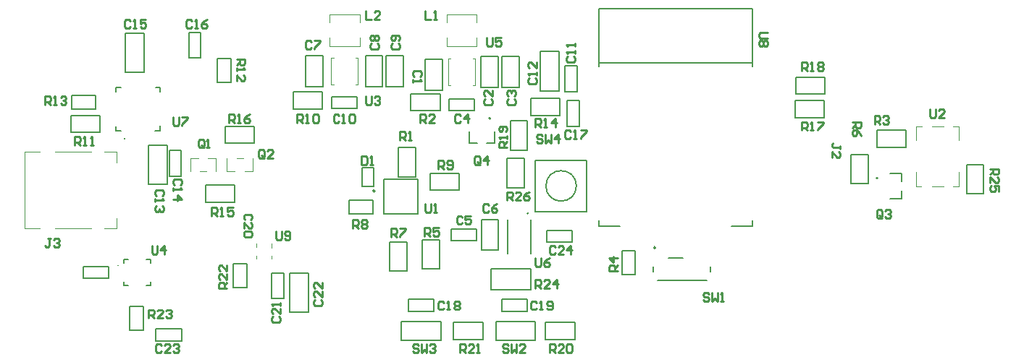
<source format=gto>
G04*
G04 #@! TF.GenerationSoftware,Altium Limited,Altium Designer,18.1.9 (240)*
G04*
G04 Layer_Color=65535*
%FSLAX25Y25*%
%MOIN*%
G70*
G01*
G75*
%ADD10C,0.00394*%
%ADD11C,0.00787*%
%ADD12C,0.00500*%
%ADD13C,0.00984*%
%ADD14C,0.00197*%
%ADD15C,0.01000*%
D10*
X230610Y-95374D02*
G03*
X230610Y-95374I-394J0D01*
G01*
X206693Y-18209D02*
Y-14429D01*
Y-7382D02*
Y-3642D01*
X192913Y-18209D02*
Y-14390D01*
Y-7421D02*
Y-3642D01*
X199803D01*
X192913Y-18209D02*
X206693D01*
X199803Y-3642D02*
X206693D01*
X145866D02*
X152756D01*
X138976Y-18209D02*
X152756D01*
X138976Y-3642D02*
X145866D01*
X138976Y-7421D02*
Y-3642D01*
Y-18209D02*
Y-14390D01*
X152756Y-7382D02*
Y-3642D01*
Y-18209D02*
Y-14429D01*
X105315Y-111024D02*
Y-109291D01*
Y-116181D02*
Y-114862D01*
X112106Y-111122D02*
Y-109370D01*
Y-116142D02*
Y-114803D01*
X150984Y-23524D02*
X152066D01*
X139666Y-35924D02*
Y-23524D01*
X152066Y-35924D02*
Y-23524D01*
X150965Y-35924D02*
X152066D01*
X139666D02*
X140769D01*
X139666Y-23524D02*
X140748D01*
X193603Y-23918D02*
X194685D01*
X193603Y-36318D02*
X194705D01*
X204902D02*
X206003D01*
Y-23918D01*
X193603Y-36318D02*
Y-23918D01*
X204921D02*
X206003D01*
X416221Y-55354D02*
X421693D01*
X416142Y-82913D02*
X421693D01*
X425945Y-82913D02*
X428642D01*
X408957D02*
X411142D01*
X408957Y-61437D02*
Y-55354D01*
Y-82913D02*
Y-76142D01*
Y-55354D02*
X411614D01*
X425866D02*
X428642D01*
Y-61555D02*
Y-55354D01*
Y-82913D02*
Y-76122D01*
X35079Y-66929D02*
X40984D01*
X29173Y-66929D02*
X29173Y-66929D01*
X12441Y-66929D02*
X29173D01*
X-1339Y-102362D02*
X5551D01*
X12441D02*
X29173D01*
X35079Y-102362D02*
X40984D01*
Y-97441D01*
Y-71850D02*
Y-66929D01*
X-1339Y-102362D02*
Y-66929D01*
X5551D01*
D11*
X44811Y-60937D02*
G03*
X44811Y-60937I-276J0D01*
G01*
X41526Y-119498D02*
G03*
X41526Y-119498I-10J0D01*
G01*
X213032Y-51555D02*
G03*
X213032Y-51555I-394J0D01*
G01*
X391220Y-79094D02*
G03*
X391220Y-79094I-394J0D01*
G01*
X159809Y-85039D02*
G03*
X159809Y-85039I-557J0D01*
G01*
X244801Y-50197D02*
Y-42323D01*
X231415Y-50197D02*
X244801D01*
X231415D02*
Y-42323D01*
X244801D01*
X432087Y-86417D02*
X439961D01*
X432087D02*
Y-73032D01*
X439961D01*
Y-86417D02*
Y-73032D01*
X175197Y-140551D02*
X187008D01*
Y-135039D01*
X175197D02*
X187008D01*
X175197Y-140551D02*
Y-135039D01*
X196063Y-153543D02*
Y-145669D01*
X209449D01*
Y-153543D02*
Y-145669D01*
X196063Y-153543D02*
X209449D01*
X238386D02*
Y-145669D01*
X251772D01*
Y-153543D02*
Y-145669D01*
X238386Y-153543D02*
X251772D01*
X213405Y-130522D02*
X231516D01*
Y-121073D01*
X213405D02*
X231516D01*
X213405Y-130522D02*
Y-121073D01*
X166732Y-121850D02*
X174606D01*
X166732D02*
Y-108465D01*
X174606D01*
Y-121850D02*
Y-108465D01*
X273425Y-123622D02*
Y-112598D01*
Y-123622D02*
X279724D01*
Y-112598D01*
X273425D02*
X279724D01*
X238895Y-103248D02*
X250706D01*
X238895Y-108760D02*
Y-103248D01*
Y-108760D02*
X250706D01*
Y-103248D01*
X220689Y-83465D02*
X228563D01*
X220689D02*
Y-70079D01*
X228563D01*
Y-83465D02*
Y-70079D01*
X222146Y-52756D02*
X230020D01*
Y-66142D02*
Y-52756D01*
X222146Y-66142D02*
X230020D01*
X222146D02*
Y-52756D01*
X179527Y-95472D02*
Y-79724D01*
X163779D02*
X179527D01*
X163779Y-95472D02*
Y-79724D01*
Y-95472D02*
X179527D01*
X353288Y-51181D02*
Y-43307D01*
X366674D01*
Y-51181D02*
Y-43307D01*
X353288Y-51181D02*
X366674D01*
X353543Y-40354D02*
Y-32480D01*
X366929D01*
Y-40354D02*
Y-32480D01*
X353543Y-40354D02*
X366929D01*
X172047Y-153937D02*
X190157D01*
Y-145276D01*
X172047D02*
X190157D01*
X172047Y-153937D02*
Y-145276D01*
X94488Y-118504D02*
X100787D01*
Y-129528D02*
Y-118504D01*
X94488Y-129528D02*
X100787D01*
X94488D02*
Y-118504D01*
X37402Y-125322D02*
Y-119811D01*
X25591Y-125322D02*
X37402D01*
X25591D02*
Y-119811D01*
X37402D01*
X176378Y-47972D02*
X189764D01*
Y-40098D01*
X176378D02*
X189764D01*
X176378Y-47972D02*
Y-40098D01*
X205709Y-48031D02*
Y-42520D01*
X193898Y-48031D02*
X205709D01*
X193898D02*
Y-42520D01*
X205709D01*
X226279Y-37205D02*
Y-23031D01*
X218406D02*
X226279D01*
X218406Y-37205D02*
Y-23031D01*
Y-37205D02*
X226279D01*
X216535D02*
Y-23031D01*
X208661D02*
X216535D01*
X208661Y-37205D02*
Y-23031D01*
Y-37205D02*
X216535D01*
X190748Y-38583D02*
Y-24409D01*
X182874D02*
X190748D01*
X182874Y-38583D02*
Y-24409D01*
Y-38583D02*
X190748D01*
X19882Y-50197D02*
X33268D01*
X19882Y-58071D02*
Y-50197D01*
Y-58071D02*
X33268D01*
Y-50197D01*
X87402Y-35039D02*
X93701D01*
X87402D02*
Y-24016D01*
X93701D01*
Y-35039D02*
Y-24016D01*
X81890Y-82342D02*
X95276D01*
X81890Y-90216D02*
Y-82342D01*
Y-90216D02*
X95276D01*
Y-82342D01*
X90945Y-62992D02*
X104331D01*
Y-55118D01*
X90945D02*
X104331D01*
X90945Y-62992D02*
Y-55118D01*
X31102Y-47185D02*
Y-40886D01*
X20079Y-47185D02*
X31102D01*
X20079D02*
Y-40886D01*
X31102D01*
X112402Y-134646D02*
X117913D01*
X112402D02*
Y-122835D01*
X117913D01*
Y-134646D02*
Y-122835D01*
X129331Y-140945D02*
Y-122835D01*
X120669D02*
X129331D01*
X120669Y-140945D02*
Y-122835D01*
Y-140945D02*
X129331D01*
X70866Y-154206D02*
Y-148694D01*
X59055Y-154206D02*
X70866D01*
X59055D02*
Y-148694D01*
X70866D01*
X46983Y-138189D02*
X53282D01*
Y-149213D02*
Y-138189D01*
X46983Y-149213D02*
X53282D01*
X46983D02*
Y-138189D01*
X172763Y-36811D02*
Y-22638D01*
X164889D02*
X172763D01*
X164889Y-36811D02*
Y-22638D01*
Y-36811D02*
X172763D01*
X163386D02*
Y-22638D01*
X155512D02*
X163386D01*
X155512Y-36811D02*
Y-22638D01*
Y-36811D02*
X163386D01*
X127953D02*
Y-22638D01*
Y-36811D02*
X135827D01*
Y-22638D01*
X127953D02*
X135827D01*
X390945Y-64961D02*
X404331D01*
Y-57087D01*
X390945D02*
X404331D01*
X390945Y-64961D02*
Y-57087D01*
X378937Y-81496D02*
Y-68110D01*
Y-81496D02*
X386811D01*
Y-68110D01*
X378937D02*
X386811D01*
X236024Y-38780D02*
Y-20669D01*
Y-38780D02*
X244685D01*
Y-20669D01*
X236024D02*
X244685D01*
X247244Y-27362D02*
X252756D01*
Y-39173D02*
Y-27362D01*
X247244Y-39173D02*
X252756D01*
X247244D02*
Y-27362D01*
X248228Y-55118D02*
X253740D01*
X248228D02*
Y-43307D01*
X253740D01*
Y-55118D02*
Y-43307D01*
X215571Y-153937D02*
X233681D01*
Y-145276D01*
X215571D02*
X233681D01*
X215571Y-153937D02*
Y-145276D01*
X218165Y-140551D02*
Y-135039D01*
X229977D01*
Y-140551D02*
Y-135039D01*
X218165Y-140551D02*
X229977D01*
X151575Y-47047D02*
Y-41535D01*
X139764Y-47047D02*
X151575D01*
X139764D02*
Y-41535D01*
X151575D01*
X122244Y-39370D02*
X135630D01*
X122244Y-47244D02*
Y-39370D01*
Y-47244D02*
X135630D01*
Y-39370D01*
X206693Y-108071D02*
Y-102559D01*
X194882Y-108071D02*
X206693D01*
X194882D02*
Y-102559D01*
X206693D01*
X74114Y-11909D02*
X79626D01*
Y-23720D02*
Y-11909D01*
X74114Y-23720D02*
X79626D01*
X74114D02*
Y-11909D01*
X44783Y-30315D02*
Y-12205D01*
Y-30315D02*
X53445D01*
Y-12205D01*
X44783D02*
X53445D01*
X185236Y-76772D02*
X198622D01*
X185236Y-84646D02*
Y-76772D01*
Y-84646D02*
X198622D01*
Y-76772D01*
X189495Y-120965D02*
Y-107579D01*
X181621D02*
X189495D01*
X181621Y-120965D02*
Y-107579D01*
Y-120965D02*
X189495D01*
X153740Y-74410D02*
X159252D01*
Y-83071D02*
Y-74410D01*
X153740Y-83071D02*
X159252D01*
X153740D02*
Y-74410D01*
X147835Y-95669D02*
Y-89370D01*
X158858D01*
Y-95669D02*
Y-89370D01*
X147835Y-95669D02*
X158858D01*
X65158Y-78150D02*
X70669D01*
X65158D02*
Y-66339D01*
X70669D01*
Y-78150D02*
Y-66339D01*
X64370Y-81890D02*
Y-63779D01*
X55709D02*
X64370D01*
X55709Y-81890D02*
Y-63779D01*
Y-81890D02*
X64370D01*
X178543Y-78465D02*
Y-65079D01*
X170669D02*
X178543D01*
X170669Y-78465D02*
Y-65079D01*
Y-78465D02*
X178543D01*
X208858Y-112402D02*
Y-98228D01*
Y-112402D02*
X216732D01*
Y-98228D01*
X208858D02*
X216732D01*
D12*
X252522Y-82677D02*
G03*
X252522Y-82677I-7000J0D01*
G01*
X231594Y-113878D02*
Y-98130D01*
X220965Y-113878D02*
Y-98130D01*
X262795Y-27598D02*
Y-1024D01*
X333661D01*
Y-27598D02*
Y-1024D01*
X262795Y-101417D02*
Y-98465D01*
Y-101417D02*
X272638D01*
X323819D02*
X333661D01*
Y-98465D01*
X262953Y-25827D02*
X333504D01*
X40709Y-57284D02*
Y-55118D01*
Y-57284D02*
X43071D01*
X40709Y-39370D02*
Y-37205D01*
X43071D01*
X59016D02*
X60787D01*
Y-39370D02*
Y-37205D01*
X58622Y-57284D02*
X60787D01*
Y-54921D01*
X56476Y-128750D02*
Y-126939D01*
X54665Y-128750D02*
X56476D01*
X44272D02*
X46083D01*
X44272D02*
Y-126939D01*
X56476Y-118356D02*
Y-116545D01*
X54665D02*
X56476D01*
X44272D02*
X46083D01*
X44272Y-118356D02*
Y-116545D01*
X233711Y-94488D02*
X257333D01*
Y-70866D01*
X233711D02*
X257333D01*
X233711Y-94488D02*
Y-70866D01*
X214961Y-63090D02*
Y-57579D01*
X211260Y-63090D02*
X214961D01*
X203150D02*
Y-57579D01*
Y-63090D02*
X206850D01*
X396850Y-76772D02*
X402362D01*
Y-80472D02*
Y-76772D01*
X396850Y-88583D02*
X402362D01*
Y-84882D01*
X294882Y-115955D02*
X301575D01*
X289764Y-126191D02*
X312598D01*
X287992Y-122254D02*
Y-119892D01*
X314370Y-122254D02*
Y-119892D01*
D13*
X288976Y-111230D02*
G03*
X288976Y-111230I-394J0D01*
G01*
D14*
X96102Y-69882D02*
X99173D01*
X91732Y-75787D02*
X95394D01*
X99882D02*
X103543D01*
Y-69882D01*
X91732Y-75787D02*
Y-69882D01*
X79173Y-75787D02*
X82244D01*
X82953Y-69882D02*
X86614D01*
X74803D02*
X78465D01*
X74803Y-75787D02*
Y-69882D01*
X86614Y-75787D02*
Y-69882D01*
D15*
X233681Y-55512D02*
Y-51576D01*
X235649D01*
X236305Y-52232D01*
Y-53544D01*
X235649Y-54200D01*
X233681D01*
X234993D02*
X236305Y-55512D01*
X237617D02*
X238929D01*
X238273D01*
Y-51576D01*
X237617Y-52232D01*
X242864Y-55512D02*
Y-51576D01*
X240897Y-53544D01*
X243520D01*
X340550Y-11811D02*
X337270D01*
X336614Y-12467D01*
Y-13779D01*
X337270Y-14435D01*
X340550D01*
X339894Y-15747D02*
X340550Y-16403D01*
Y-17715D01*
X339894Y-18371D01*
X339238D01*
X338582Y-17715D01*
X337926Y-18371D01*
X337270D01*
X336614Y-17715D01*
Y-16403D01*
X337270Y-15747D01*
X337926D01*
X338582Y-16403D01*
X339238Y-15747D01*
X339894D01*
X338582Y-16403D02*
Y-17715D01*
X442913Y-74803D02*
X446849D01*
Y-76771D01*
X446193Y-77427D01*
X444881D01*
X444225Y-76771D01*
Y-74803D01*
Y-76115D02*
X442913Y-77427D01*
Y-81363D02*
Y-78739D01*
X445537Y-81363D01*
X446193D01*
X446849Y-80707D01*
Y-79395D01*
X446193Y-78739D01*
X446849Y-85299D02*
Y-82675D01*
X444881D01*
X445537Y-83987D01*
Y-84642D01*
X444881Y-85299D01*
X443569D01*
X442913Y-84642D01*
Y-83331D01*
X443569Y-82675D01*
X374014Y-65616D02*
Y-64304D01*
Y-64960D01*
X370735D01*
X370079Y-64304D01*
Y-63648D01*
X370735Y-62992D01*
X370079Y-69552D02*
Y-66928D01*
X372703Y-69552D01*
X373358D01*
X374014Y-68896D01*
Y-67584D01*
X373358Y-66928D01*
X66929Y-50985D02*
Y-54265D01*
X67585Y-54921D01*
X68897D01*
X69553Y-54265D01*
Y-50985D01*
X70865D02*
X73489D01*
Y-51641D01*
X70865Y-54265D01*
Y-54921D01*
X57087Y-110238D02*
Y-113517D01*
X57743Y-114173D01*
X59054D01*
X59710Y-113517D01*
Y-110238D01*
X62990Y-114173D02*
Y-110238D01*
X61022Y-112205D01*
X63646D01*
X191600Y-136484D02*
X190944Y-135828D01*
X189632D01*
X188976Y-136484D01*
Y-139108D01*
X189632Y-139764D01*
X190944D01*
X191600Y-139108D01*
X192912Y-139764D02*
X194224D01*
X193568D01*
Y-135828D01*
X192912Y-136484D01*
X196192D02*
X196848Y-135828D01*
X198160D01*
X198816Y-136484D01*
Y-137140D01*
X198160Y-137796D01*
X198816Y-138452D01*
Y-139108D01*
X198160Y-139764D01*
X196848D01*
X196192Y-139108D01*
Y-138452D01*
X196848Y-137796D01*
X196192Y-137140D01*
Y-136484D01*
X196848Y-137796D02*
X198160D01*
X198819Y-159449D02*
Y-155513D01*
X200787D01*
X201443Y-156169D01*
Y-157481D01*
X200787Y-158137D01*
X198819D01*
X200131D02*
X201443Y-159449D01*
X205379D02*
X202755D01*
X205379Y-156825D01*
Y-156169D01*
X204722Y-155513D01*
X203411D01*
X202755Y-156169D01*
X206690Y-159449D02*
X208002D01*
X207346D01*
Y-155513D01*
X206690Y-156169D01*
X240158Y-159449D02*
Y-155513D01*
X242125D01*
X242781Y-156169D01*
Y-157481D01*
X242125Y-158137D01*
X240158D01*
X241469D02*
X242781Y-159449D01*
X246717D02*
X244093D01*
X246717Y-156825D01*
Y-156169D01*
X246061Y-155513D01*
X244749D01*
X244093Y-156169D01*
X248029D02*
X248685Y-155513D01*
X249997D01*
X250653Y-156169D01*
Y-158793D01*
X249997Y-159449D01*
X248685D01*
X248029Y-158793D01*
Y-156169D01*
X233711Y-129921D02*
Y-125986D01*
X235679D01*
X236334Y-126641D01*
Y-127953D01*
X235679Y-128609D01*
X233711D01*
X235022D02*
X236334Y-129921D01*
X240270D02*
X237646D01*
X240270Y-127297D01*
Y-126641D01*
X239614Y-125986D01*
X238302D01*
X237646Y-126641D01*
X243550Y-129921D02*
Y-125986D01*
X241582Y-127953D01*
X244206D01*
X167323Y-106299D02*
Y-102364D01*
X169291D01*
X169947Y-103019D01*
Y-104331D01*
X169291Y-104987D01*
X167323D01*
X168635D02*
X169947Y-106299D01*
X171259Y-102364D02*
X173882D01*
Y-103019D01*
X171259Y-105643D01*
Y-106299D01*
X271654Y-121850D02*
X267718D01*
Y-119883D01*
X268374Y-119227D01*
X269686D01*
X270342Y-119883D01*
Y-121850D01*
Y-120538D02*
X271654Y-119227D01*
Y-115947D02*
X267718D01*
X269686Y-117915D01*
Y-115291D01*
X242781Y-110893D02*
X242125Y-110238D01*
X240813D01*
X240158Y-110893D01*
Y-113517D01*
X240813Y-114173D01*
X242125D01*
X242781Y-113517D01*
X246717Y-114173D02*
X244093D01*
X246717Y-111549D01*
Y-110893D01*
X246061Y-110238D01*
X244749D01*
X244093Y-110893D01*
X249997Y-114173D02*
Y-110238D01*
X248029Y-112205D01*
X250653D01*
X236876Y-59712D02*
X236220Y-59056D01*
X234908D01*
X234252Y-59712D01*
Y-60368D01*
X234908Y-61024D01*
X236220D01*
X236876Y-61680D01*
Y-62336D01*
X236220Y-62992D01*
X234908D01*
X234252Y-62336D01*
X238188Y-59056D02*
Y-62992D01*
X239500Y-61680D01*
X240811Y-62992D01*
Y-59056D01*
X244091Y-62992D02*
Y-59056D01*
X242124Y-61024D01*
X244747D01*
X220472Y-89370D02*
Y-85435D01*
X222440D01*
X223096Y-86090D01*
Y-87402D01*
X222440Y-88058D01*
X220472D01*
X221784D02*
X223096Y-89370D01*
X227032D02*
X224408D01*
X227032Y-86746D01*
Y-86090D01*
X226376Y-85435D01*
X225064D01*
X224408Y-86090D01*
X230968Y-85435D02*
X229656Y-86090D01*
X228344Y-87402D01*
Y-88714D01*
X229000Y-89370D01*
X230312D01*
X230968Y-88714D01*
Y-88058D01*
X230312Y-87402D01*
X228344D01*
X220689Y-64961D02*
X216753D01*
Y-62993D01*
X217409Y-62337D01*
X218721D01*
X219377Y-62993D01*
Y-64961D01*
Y-63649D02*
X220689Y-62337D01*
Y-61025D02*
Y-59713D01*
Y-60369D01*
X216753D01*
X217409Y-61025D01*
X220033Y-57745D02*
X220689Y-57089D01*
Y-55777D01*
X220033Y-55121D01*
X217409D01*
X216753Y-55777D01*
Y-57089D01*
X217409Y-57745D01*
X218065D01*
X218721Y-57089D01*
Y-55121D01*
X183071Y-1970D02*
Y-5906D01*
X185695D01*
X187007D02*
X188319D01*
X187663D01*
Y-1970D01*
X187007Y-2626D01*
X155512Y-1970D02*
Y-5906D01*
X158136D01*
X162071D02*
X159448D01*
X162071Y-3282D01*
Y-2626D01*
X161415Y-1970D01*
X160103D01*
X159448Y-2626D01*
X108923Y-69226D02*
Y-66602D01*
X108267Y-65946D01*
X106955D01*
X106299Y-66602D01*
Y-69226D01*
X106955Y-69882D01*
X108267D01*
X107611Y-68570D02*
X108923Y-69882D01*
X108267D02*
X108923Y-69226D01*
X112859Y-69882D02*
X110235D01*
X112859Y-67258D01*
Y-66602D01*
X112203Y-65946D01*
X110891D01*
X110235Y-66602D01*
X114173Y-103643D02*
Y-106923D01*
X114829Y-107579D01*
X116141D01*
X116797Y-106923D01*
Y-103643D01*
X118109Y-106923D02*
X118765Y-107579D01*
X120077D01*
X120733Y-106923D01*
Y-104299D01*
X120077Y-103643D01*
X118765D01*
X118109Y-104299D01*
Y-104955D01*
X118765Y-105611D01*
X120733D01*
X233681Y-115956D02*
Y-119236D01*
X234337Y-119892D01*
X235649D01*
X236305Y-119236D01*
Y-115956D01*
X240241D02*
X238929Y-116612D01*
X237617Y-117924D01*
Y-119236D01*
X238273Y-119892D01*
X239585D01*
X240241Y-119236D01*
Y-118580D01*
X239585Y-117924D01*
X237617D01*
X211260Y-14273D02*
Y-17553D01*
X211916Y-18209D01*
X213228D01*
X213884Y-17553D01*
Y-14273D01*
X217819D02*
X215196D01*
Y-16241D01*
X216508Y-15585D01*
X217163D01*
X217819Y-16241D01*
Y-17553D01*
X217163Y-18209D01*
X215851D01*
X215196Y-17553D01*
X155512Y-41340D02*
Y-44620D01*
X156168Y-45276D01*
X157480D01*
X158136Y-44620D01*
Y-41340D01*
X159448Y-41996D02*
X160103Y-41340D01*
X161415D01*
X162071Y-41996D01*
Y-42652D01*
X161415Y-43308D01*
X160759D01*
X161415D01*
X162071Y-43964D01*
Y-44620D01*
X161415Y-45276D01*
X160103D01*
X159448Y-44620D01*
X415354Y-47245D02*
Y-50525D01*
X416010Y-51181D01*
X417322D01*
X417978Y-50525D01*
Y-47245D01*
X421914Y-51181D02*
X419290D01*
X421914Y-48557D01*
Y-47901D01*
X421258Y-47245D01*
X419946D01*
X419290Y-47901D01*
X182874Y-90930D02*
Y-94209D01*
X183530Y-94865D01*
X184842D01*
X185498Y-94209D01*
Y-90930D01*
X186810Y-94865D02*
X188122D01*
X187466D01*
Y-90930D01*
X186810Y-91586D01*
X179789Y-156169D02*
X179133Y-155513D01*
X177821D01*
X177165Y-156169D01*
Y-156825D01*
X177821Y-157481D01*
X179133D01*
X179789Y-158137D01*
Y-158793D01*
X179133Y-159449D01*
X177821D01*
X177165Y-158793D01*
X181101Y-155513D02*
Y-159449D01*
X182413Y-158137D01*
X183725Y-159449D01*
Y-155513D01*
X185037Y-156169D02*
X185693Y-155513D01*
X187005D01*
X187661Y-156169D01*
Y-156825D01*
X187005Y-157481D01*
X186349D01*
X187005D01*
X187661Y-158137D01*
Y-158793D01*
X187005Y-159449D01*
X185693D01*
X185037Y-158793D01*
X221128Y-156169D02*
X220472Y-155513D01*
X219160D01*
X218504Y-156169D01*
Y-156825D01*
X219160Y-157481D01*
X220472D01*
X221128Y-158137D01*
Y-158793D01*
X220472Y-159449D01*
X219160D01*
X218504Y-158793D01*
X222440Y-155513D02*
Y-159449D01*
X223752Y-158137D01*
X225063Y-159449D01*
Y-155513D01*
X228999Y-159449D02*
X226375D01*
X228999Y-156825D01*
Y-156169D01*
X228343Y-155513D01*
X227031D01*
X226375Y-156169D01*
X313647Y-132547D02*
X312991Y-131891D01*
X311680D01*
X311024Y-132547D01*
Y-133203D01*
X311680Y-133859D01*
X312991D01*
X313647Y-134515D01*
Y-135171D01*
X312991Y-135827D01*
X311680D01*
X311024Y-135171D01*
X314959Y-131891D02*
Y-135827D01*
X316271Y-134515D01*
X317583Y-135827D01*
Y-131891D01*
X318895Y-135827D02*
X320207D01*
X319551D01*
Y-131891D01*
X318895Y-132547D01*
X55709Y-143701D02*
Y-139765D01*
X57677D01*
X58333Y-140421D01*
Y-141733D01*
X57677Y-142389D01*
X55709D01*
X57021D02*
X58333Y-143701D01*
X62268D02*
X59644D01*
X62268Y-141077D01*
Y-140421D01*
X61612Y-139765D01*
X60300D01*
X59644Y-140421D01*
X63580D02*
X64236Y-139765D01*
X65548D01*
X66204Y-140421D01*
Y-141077D01*
X65548Y-141733D01*
X64892D01*
X65548D01*
X66204Y-142389D01*
Y-143045D01*
X65548Y-143701D01*
X64236D01*
X63580Y-143045D01*
X91732Y-129921D02*
X87796D01*
Y-127953D01*
X88453Y-127297D01*
X89764D01*
X90420Y-127953D01*
Y-129921D01*
Y-128609D02*
X91732Y-127297D01*
Y-123362D02*
Y-125986D01*
X89109Y-123362D01*
X88453D01*
X87796Y-124018D01*
Y-125330D01*
X88453Y-125986D01*
X91732Y-119426D02*
Y-122050D01*
X89109Y-119426D01*
X88453D01*
X87796Y-120082D01*
Y-121394D01*
X88453Y-122050D01*
X356299Y-29528D02*
Y-25592D01*
X358267D01*
X358923Y-26248D01*
Y-27560D01*
X358267Y-28216D01*
X356299D01*
X357611D02*
X358923Y-29528D01*
X360235D02*
X361547D01*
X360891D01*
Y-25592D01*
X360235Y-26248D01*
X363515D02*
X364171Y-25592D01*
X365483D01*
X366139Y-26248D01*
Y-26904D01*
X365483Y-27560D01*
X366139Y-28216D01*
Y-28872D01*
X365483Y-29528D01*
X364171D01*
X363515Y-28872D01*
Y-28216D01*
X364171Y-27560D01*
X363515Y-26904D01*
Y-26248D01*
X364171Y-27560D02*
X365483D01*
X356299Y-57087D02*
Y-53151D01*
X358267D01*
X358923Y-53807D01*
Y-55119D01*
X358267Y-55775D01*
X356299D01*
X357611D02*
X358923Y-57087D01*
X360235D02*
X361547D01*
X360891D01*
Y-53151D01*
X360235Y-53807D01*
X363515Y-53151D02*
X366139D01*
Y-53807D01*
X363515Y-56431D01*
Y-57087D01*
X92520Y-53445D02*
Y-49509D01*
X94488D01*
X95144Y-50165D01*
Y-51477D01*
X94488Y-52133D01*
X92520D01*
X93832D02*
X95144Y-53445D01*
X96455D02*
X97767D01*
X97111D01*
Y-49509D01*
X96455Y-50165D01*
X102359Y-49509D02*
X101047Y-50165D01*
X99735Y-51477D01*
Y-52789D01*
X100391Y-53445D01*
X101703D01*
X102359Y-52789D01*
Y-52133D01*
X101703Y-51477D01*
X99735D01*
X84646Y-96457D02*
Y-92521D01*
X86614D01*
X87270Y-93177D01*
Y-94489D01*
X86614Y-95145D01*
X84646D01*
X85958D02*
X87270Y-96457D01*
X88581D02*
X89893D01*
X89237D01*
Y-92521D01*
X88581Y-93177D01*
X94485Y-92521D02*
X91861D01*
Y-94489D01*
X93173Y-93833D01*
X93829D01*
X94485Y-94489D01*
Y-95801D01*
X93829Y-96457D01*
X92517D01*
X91861Y-95801D01*
X7874Y-45276D02*
Y-41340D01*
X9842D01*
X10498Y-41996D01*
Y-43308D01*
X9842Y-43964D01*
X7874D01*
X9186D02*
X10498Y-45276D01*
X11810D02*
X13122D01*
X12466D01*
Y-41340D01*
X11810Y-41996D01*
X15089D02*
X15745Y-41340D01*
X17057D01*
X17713Y-41996D01*
Y-42652D01*
X17057Y-43308D01*
X16401D01*
X17057D01*
X17713Y-43964D01*
Y-44620D01*
X17057Y-45276D01*
X15745D01*
X15089Y-44620D01*
X96102Y-24409D02*
X100038D01*
Y-26377D01*
X99382Y-27033D01*
X98070D01*
X97414Y-26377D01*
Y-24409D01*
Y-25721D02*
X96102Y-27033D01*
Y-28345D02*
Y-29657D01*
Y-29001D01*
X100038D01*
X99382Y-28345D01*
X96102Y-34249D02*
Y-31625D01*
X98726Y-34249D01*
X99382D01*
X100038Y-33593D01*
Y-32281D01*
X99382Y-31625D01*
X21654Y-63779D02*
Y-59844D01*
X23621D01*
X24277Y-60500D01*
Y-61812D01*
X23621Y-62468D01*
X21654D01*
X22965D02*
X24277Y-63779D01*
X25589D02*
X26901D01*
X26245D01*
Y-59844D01*
X25589Y-60500D01*
X28869Y-63779D02*
X30181D01*
X29525D01*
Y-59844D01*
X28869Y-60500D01*
X124016Y-53445D02*
Y-49509D01*
X125984D01*
X126640Y-50165D01*
Y-51477D01*
X125984Y-52133D01*
X124016D01*
X125328D02*
X126640Y-53445D01*
X127952D02*
X129263D01*
X128607D01*
Y-49509D01*
X127952Y-50165D01*
X131231D02*
X131887Y-49509D01*
X133199D01*
X133855Y-50165D01*
Y-52789D01*
X133199Y-53445D01*
X131887D01*
X131231Y-52789D01*
Y-50165D01*
X188976Y-74803D02*
Y-70867D01*
X190944D01*
X191600Y-71523D01*
Y-72835D01*
X190944Y-73491D01*
X188976D01*
X190288D02*
X191600Y-74803D01*
X192912Y-74147D02*
X193568Y-74803D01*
X194880D01*
X195536Y-74147D01*
Y-71523D01*
X194880Y-70867D01*
X193568D01*
X192912Y-71523D01*
Y-72179D01*
X193568Y-72835D01*
X195536D01*
X149606Y-102362D02*
Y-98427D01*
X151574D01*
X152230Y-99082D01*
Y-100394D01*
X151574Y-101050D01*
X149606D01*
X150918D02*
X152230Y-102362D01*
X153542Y-99082D02*
X154198Y-98427D01*
X155510D01*
X156166Y-99082D01*
Y-99738D01*
X155510Y-100394D01*
X156166Y-101050D01*
Y-101706D01*
X155510Y-102362D01*
X154198D01*
X153542Y-101706D01*
Y-101050D01*
X154198Y-100394D01*
X153542Y-99738D01*
Y-99082D01*
X154198Y-100394D02*
X155510D01*
X379626Y-53150D02*
X383562D01*
Y-55117D01*
X382906Y-55773D01*
X381594D01*
X380938Y-55117D01*
Y-53150D01*
Y-54461D02*
X379626Y-55773D01*
X383562Y-59709D02*
X382906Y-58397D01*
X381594Y-57085D01*
X380282D01*
X379626Y-57741D01*
Y-59053D01*
X380282Y-59709D01*
X380938D01*
X381594Y-59053D01*
Y-57085D01*
X182677Y-105905D02*
Y-101970D01*
X184645D01*
X185301Y-102626D01*
Y-103938D01*
X184645Y-104594D01*
X182677D01*
X183989D02*
X185301Y-105905D01*
X189237Y-101970D02*
X186613D01*
Y-103938D01*
X187925Y-103282D01*
X188581D01*
X189237Y-103938D01*
Y-105250D01*
X188581Y-105905D01*
X187269D01*
X186613Y-105250D01*
X389764Y-54134D02*
Y-50198D01*
X391732D01*
X392388Y-50854D01*
Y-52166D01*
X391732Y-52822D01*
X389764D01*
X391076D02*
X392388Y-54134D01*
X393700Y-50854D02*
X394356Y-50198D01*
X395667D01*
X396323Y-50854D01*
Y-51510D01*
X395667Y-52166D01*
X395011D01*
X395667D01*
X396323Y-52822D01*
Y-53478D01*
X395667Y-54134D01*
X394356D01*
X393700Y-53478D01*
X180637Y-53445D02*
Y-49509D01*
X182605D01*
X183261Y-50165D01*
Y-51477D01*
X182605Y-52133D01*
X180637D01*
X181949D02*
X183261Y-53445D01*
X187197D02*
X184573D01*
X187197Y-50821D01*
Y-50165D01*
X186541Y-49509D01*
X185229D01*
X184573Y-50165D01*
X171289Y-61665D02*
Y-57730D01*
X173257D01*
X173913Y-58386D01*
Y-59698D01*
X173257Y-60353D01*
X171289D01*
X172601D02*
X173913Y-61665D01*
X175225D02*
X176537D01*
X175881D01*
Y-57730D01*
X175225Y-58386D01*
X208332Y-72179D02*
Y-69555D01*
X207677Y-68899D01*
X206365D01*
X205709Y-69555D01*
Y-72179D01*
X206365Y-72835D01*
X207677D01*
X207021Y-71523D02*
X208332Y-72835D01*
X207677D02*
X208332Y-72179D01*
X211612Y-72835D02*
Y-68899D01*
X209644Y-70867D01*
X212268D01*
X393372Y-96785D02*
Y-94161D01*
X392716Y-93505D01*
X391404D01*
X390748Y-94161D01*
Y-96785D01*
X391404Y-97441D01*
X392716D01*
X392060Y-96129D02*
X393372Y-97441D01*
X392716D02*
X393372Y-96785D01*
X394684Y-94161D02*
X395340Y-93505D01*
X396652D01*
X397308Y-94161D01*
Y-94817D01*
X396652Y-95473D01*
X395996D01*
X396652D01*
X397308Y-96129D01*
Y-96785D01*
X396652Y-97441D01*
X395340D01*
X394684Y-96785D01*
X81088Y-64423D02*
Y-61799D01*
X80432Y-61143D01*
X79120D01*
X78465Y-61799D01*
Y-64423D01*
X79120Y-65079D01*
X80432D01*
X79777Y-63767D02*
X81088Y-65079D01*
X80432D02*
X81088Y-64423D01*
X82400Y-65079D02*
X83712D01*
X83056D01*
Y-61143D01*
X82400Y-61799D01*
X10498Y-107088D02*
X9186D01*
X9842D01*
Y-110368D01*
X9186Y-111024D01*
X8530D01*
X7874Y-110368D01*
X11810Y-107744D02*
X12466Y-107088D01*
X13778D01*
X14434Y-107744D01*
Y-108400D01*
X13778Y-109056D01*
X13122D01*
X13778D01*
X14434Y-109712D01*
Y-110368D01*
X13778Y-111024D01*
X12466D01*
X11810Y-110368D01*
X153543Y-68899D02*
Y-72835D01*
X155511D01*
X156167Y-72179D01*
Y-69555D01*
X155511Y-68899D01*
X153543D01*
X157479Y-72835D02*
X158791D01*
X158135D01*
Y-68899D01*
X157479Y-69555D01*
X61679Y-156169D02*
X61023Y-155513D01*
X59711D01*
X59055Y-156169D01*
Y-158793D01*
X59711Y-159449D01*
X61023D01*
X61679Y-158793D01*
X65615Y-159449D02*
X62991D01*
X65615Y-156825D01*
Y-156169D01*
X64959Y-155513D01*
X63647D01*
X62991Y-156169D01*
X66927D02*
X67583Y-155513D01*
X68894D01*
X69550Y-156169D01*
Y-156825D01*
X68894Y-157481D01*
X68239D01*
X68894D01*
X69550Y-158137D01*
Y-158793D01*
X68894Y-159449D01*
X67583D01*
X66927Y-158793D01*
X132350Y-135171D02*
X131694Y-135827D01*
Y-137139D01*
X132350Y-137795D01*
X134974D01*
X135630Y-137139D01*
Y-135827D01*
X134974Y-135171D01*
X135630Y-131236D02*
Y-133860D01*
X133006Y-131236D01*
X132350D01*
X131694Y-131892D01*
Y-133204D01*
X132350Y-133860D01*
X135630Y-127300D02*
Y-129924D01*
X133006Y-127300D01*
X132350D01*
X131694Y-127956D01*
Y-129268D01*
X132350Y-129924D01*
X112862Y-143045D02*
X112206Y-143701D01*
Y-145013D01*
X112862Y-145669D01*
X115486D01*
X116142Y-145013D01*
Y-143701D01*
X115486Y-143045D01*
X116142Y-139110D02*
Y-141734D01*
X113518Y-139110D01*
X112862D01*
X112206Y-139766D01*
Y-141078D01*
X112862Y-141734D01*
X116142Y-137798D02*
Y-136486D01*
Y-137142D01*
X112206D01*
X112862Y-137798D01*
X102689Y-98419D02*
X103345Y-97763D01*
Y-96451D01*
X102689Y-95795D01*
X100065D01*
X99409Y-96451D01*
Y-97763D01*
X100065Y-98419D01*
X99409Y-102355D02*
Y-99731D01*
X102033Y-102355D01*
X102689D01*
X103345Y-101699D01*
Y-100387D01*
X102689Y-99731D01*
Y-103666D02*
X103345Y-104322D01*
Y-105634D01*
X102689Y-106290D01*
X100065D01*
X99409Y-105634D01*
Y-104322D01*
X100065Y-103666D01*
X102689D01*
X234218Y-136484D02*
X233562Y-135828D01*
X232250D01*
X231594Y-136484D01*
Y-139108D01*
X232250Y-139764D01*
X233562D01*
X234218Y-139108D01*
X235530Y-139764D02*
X236842D01*
X236186D01*
Y-135828D01*
X235530Y-136484D01*
X238810Y-139108D02*
X239466Y-139764D01*
X240778D01*
X241434Y-139108D01*
Y-136484D01*
X240778Y-135828D01*
X239466D01*
X238810Y-136484D01*
Y-137140D01*
X239466Y-137796D01*
X241434D01*
X249868Y-57744D02*
X249212Y-57088D01*
X247900D01*
X247244Y-57744D01*
Y-60368D01*
X247900Y-61024D01*
X249212D01*
X249868Y-60368D01*
X251180Y-61024D02*
X252492D01*
X251836D01*
Y-57088D01*
X251180Y-57744D01*
X254460Y-57088D02*
X257083D01*
Y-57744D01*
X254460Y-60368D01*
Y-61024D01*
X75459Y-6563D02*
X74803Y-5907D01*
X73491D01*
X72835Y-6563D01*
Y-9187D01*
X73491Y-9843D01*
X74803D01*
X75459Y-9187D01*
X76770Y-9843D02*
X78082D01*
X77426D01*
Y-5907D01*
X76770Y-6563D01*
X82674Y-5907D02*
X81362Y-6563D01*
X80050Y-7875D01*
Y-9187D01*
X80706Y-9843D01*
X82018D01*
X82674Y-9187D01*
Y-8531D01*
X82018Y-7875D01*
X80050D01*
X47159Y-6563D02*
X46503Y-5907D01*
X45191D01*
X44535Y-6563D01*
Y-9187D01*
X45191Y-9843D01*
X46503D01*
X47159Y-9187D01*
X48471Y-9843D02*
X49783D01*
X49127D01*
Y-5907D01*
X48471Y-6563D01*
X54375Y-5907D02*
X51751D01*
Y-7875D01*
X53063Y-7219D01*
X53719D01*
X54375Y-7875D01*
Y-9187D01*
X53719Y-9843D01*
X52407D01*
X51751Y-9187D01*
X70209Y-82348D02*
X70865Y-81692D01*
Y-80380D01*
X70209Y-79724D01*
X67585D01*
X66929Y-80380D01*
Y-81692D01*
X67585Y-82348D01*
X66929Y-83660D02*
Y-84972D01*
Y-84316D01*
X70865D01*
X70209Y-83660D01*
X66929Y-88908D02*
X70865D01*
X68897Y-86940D01*
Y-89564D01*
X61902Y-87270D02*
X62558Y-86614D01*
Y-85302D01*
X61902Y-84646D01*
X59278D01*
X58622Y-85302D01*
Y-86614D01*
X59278Y-87270D01*
X58622Y-88581D02*
Y-89893D01*
Y-89237D01*
X62558D01*
X61902Y-88581D01*
Y-91861D02*
X62558Y-92517D01*
Y-93829D01*
X61902Y-94485D01*
X61246D01*
X60590Y-93829D01*
Y-93173D01*
Y-93829D01*
X59934Y-94485D01*
X59278D01*
X58622Y-93829D01*
Y-92517D01*
X59278Y-91861D01*
X230972Y-32809D02*
X230316Y-33465D01*
Y-34777D01*
X230972Y-35433D01*
X233596D01*
X234252Y-34777D01*
Y-33465D01*
X233596Y-32809D01*
X234252Y-31497D02*
Y-30185D01*
Y-30841D01*
X230316D01*
X230972Y-31497D01*
X234252Y-25594D02*
Y-28218D01*
X231628Y-25594D01*
X230972D01*
X230316Y-26250D01*
Y-27562D01*
X230972Y-28218D01*
X248689Y-22967D02*
X248033Y-23623D01*
Y-24935D01*
X248689Y-25591D01*
X251312D01*
X251969Y-24935D01*
Y-23623D01*
X251312Y-22967D01*
X251969Y-21655D02*
Y-20343D01*
Y-20999D01*
X248033D01*
X248689Y-21655D01*
X251969Y-18375D02*
Y-17063D01*
Y-17719D01*
X248033D01*
X248689Y-18375D01*
X143392Y-50165D02*
X142736Y-49509D01*
X141425D01*
X140769Y-50165D01*
Y-52789D01*
X141425Y-53445D01*
X142736D01*
X143392Y-52789D01*
X144704Y-53445D02*
X146016D01*
X145360D01*
Y-49509D01*
X144704Y-50165D01*
X147984D02*
X148640Y-49509D01*
X149952D01*
X150608Y-50165D01*
Y-52789D01*
X149952Y-53445D01*
X148640D01*
X147984Y-52789D01*
Y-50165D01*
X167980Y-17061D02*
X167324Y-17717D01*
Y-19029D01*
X167980Y-19685D01*
X170604D01*
X171260Y-19029D01*
Y-17717D01*
X170604Y-17061D01*
Y-15749D02*
X171260Y-15093D01*
Y-13781D01*
X170604Y-13126D01*
X167980D01*
X167324Y-13781D01*
Y-15093D01*
X167980Y-15749D01*
X168636D01*
X169292Y-15093D01*
Y-13126D01*
X158138Y-17061D02*
X157482Y-17717D01*
Y-19029D01*
X158138Y-19685D01*
X160761D01*
X161417Y-19029D01*
Y-17717D01*
X160761Y-17061D01*
X158138Y-15749D02*
X157482Y-15093D01*
Y-13781D01*
X158138Y-13126D01*
X158793D01*
X159450Y-13781D01*
X160105Y-13126D01*
X160761D01*
X161417Y-13781D01*
Y-15093D01*
X160761Y-15749D01*
X160105D01*
X159450Y-15093D01*
X158793Y-15749D01*
X158138D01*
X159450Y-15093D02*
Y-13781D01*
X130577Y-16405D02*
X129921Y-15749D01*
X128609D01*
X127953Y-16405D01*
Y-19029D01*
X128609Y-19685D01*
X129921D01*
X130577Y-19029D01*
X131888Y-15749D02*
X134512D01*
Y-16405D01*
X131888Y-19029D01*
Y-19685D01*
X212113Y-91586D02*
X211457Y-90930D01*
X210145D01*
X209489Y-91586D01*
Y-94209D01*
X210145Y-94865D01*
X211457D01*
X212113Y-94209D01*
X216049Y-90930D02*
X214737Y-91586D01*
X213425Y-92897D01*
Y-94209D01*
X214081Y-94865D01*
X215393D01*
X216049Y-94209D01*
Y-93553D01*
X215393Y-92897D01*
X213425D01*
X200065Y-97114D02*
X199409Y-96458D01*
X198097D01*
X197441Y-97114D01*
Y-99738D01*
X198097Y-100394D01*
X199409D01*
X200065Y-99738D01*
X204000Y-96458D02*
X201377D01*
Y-98426D01*
X202689Y-97770D01*
X203344D01*
X204000Y-98426D01*
Y-99738D01*
X203344Y-100394D01*
X202033D01*
X201377Y-99738D01*
X199313Y-50165D02*
X198657Y-49509D01*
X197345D01*
X196689Y-50165D01*
Y-52789D01*
X197345Y-53445D01*
X198657D01*
X199313Y-52789D01*
X202593Y-53445D02*
Y-49509D01*
X200625Y-51477D01*
X203249D01*
X221130Y-42652D02*
X220474Y-43308D01*
Y-44620D01*
X221130Y-45276D01*
X223753D01*
X224410Y-44620D01*
Y-43308D01*
X223753Y-42652D01*
X221130Y-41340D02*
X220474Y-40684D01*
Y-39372D01*
X221130Y-38716D01*
X221786D01*
X222442Y-39372D01*
Y-40028D01*
Y-39372D01*
X223097Y-38716D01*
X223753D01*
X224410Y-39372D01*
Y-40684D01*
X223753Y-41340D01*
X210709Y-42652D02*
X210053Y-43308D01*
Y-44620D01*
X210709Y-45276D01*
X213333D01*
X213989Y-44620D01*
Y-43308D01*
X213333Y-42652D01*
X213989Y-38716D02*
Y-41340D01*
X211365Y-38716D01*
X210709D01*
X210053Y-39372D01*
Y-40684D01*
X210709Y-41340D01*
X180445Y-32151D02*
X181101Y-31495D01*
Y-30184D01*
X180445Y-29528D01*
X177821D01*
X177165Y-30184D01*
Y-31495D01*
X177821Y-32151D01*
X177165Y-33463D02*
Y-34775D01*
Y-34119D01*
X181101D01*
X180445Y-33463D01*
M02*

</source>
